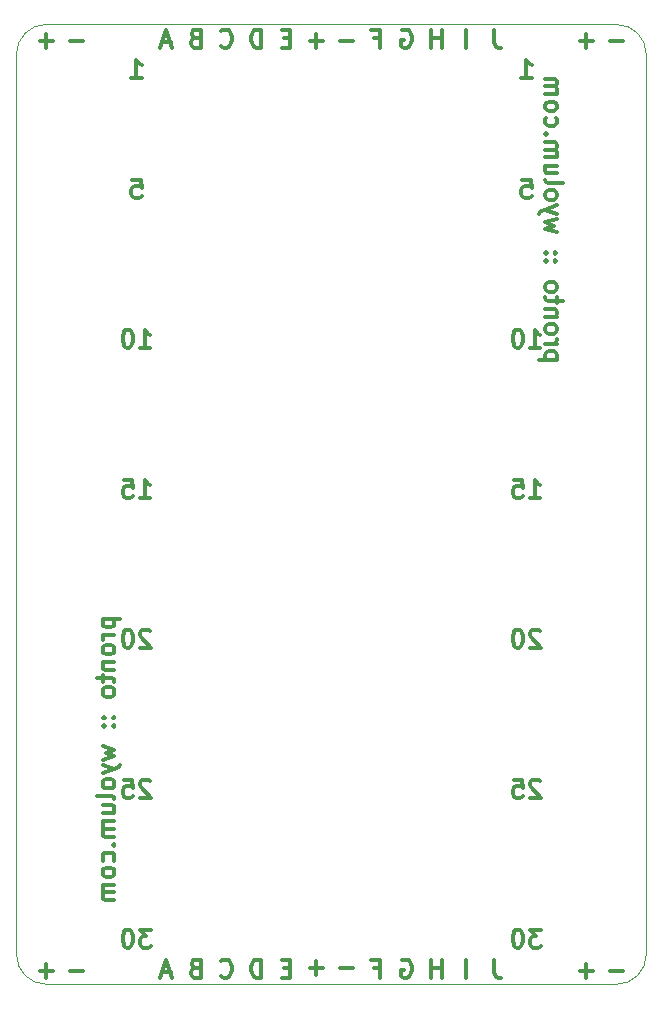
<source format=gbo>
G04 #@! TF.FileFunction,Legend,Bot*
%FSLAX46Y46*%
G04 Gerber Fmt 4.6, Leading zero omitted, Abs format (unit mm)*
G04 Created by KiCad (PCBNEW 0.201505061231+5645~23~ubuntu14.10.1-product) date Fri May  8 13:03:44 2015*
%MOMM*%
G01*
G04 APERTURE LIST*
%ADD10C,0.100000*%
%ADD11C,0.304800*%
%ADD12C,0.300000*%
%ADD13C,2.032000*%
G04 APERTURE END LIST*
D10*
D11*
X117420571Y-40748857D02*
X116259428Y-40748857D01*
X116839999Y-41329429D02*
X116839999Y-40168286D01*
X119960571Y-40748857D02*
X118799428Y-40748857D01*
X117420571Y-119234857D02*
X116259428Y-119234857D01*
X116839999Y-119815429D02*
X116839999Y-118654286D01*
X119960571Y-119234857D02*
X118799428Y-119234857D01*
X104502857Y-40894000D02*
X103777143Y-40894000D01*
X104648000Y-41329429D02*
X104140000Y-39805429D01*
X103632000Y-41329429D01*
X106571143Y-40531143D02*
X106353429Y-40603714D01*
X106280857Y-40676286D01*
X106208286Y-40821429D01*
X106208286Y-41039143D01*
X106280857Y-41184286D01*
X106353429Y-41256857D01*
X106498571Y-41329429D01*
X107079143Y-41329429D01*
X107079143Y-39805429D01*
X106571143Y-39805429D01*
X106426000Y-39878000D01*
X106353429Y-39950571D01*
X106280857Y-40095714D01*
X106280857Y-40240857D01*
X106353429Y-40386000D01*
X106426000Y-40458571D01*
X106571143Y-40531143D01*
X107079143Y-40531143D01*
X108748286Y-41184286D02*
X108820857Y-41256857D01*
X109038571Y-41329429D01*
X109183714Y-41329429D01*
X109401429Y-41256857D01*
X109546571Y-41111714D01*
X109619143Y-40966571D01*
X109691714Y-40676286D01*
X109691714Y-40458571D01*
X109619143Y-40168286D01*
X109546571Y-40023143D01*
X109401429Y-39878000D01*
X109183714Y-39805429D01*
X109038571Y-39805429D01*
X108820857Y-39878000D01*
X108748286Y-39950571D01*
X112159143Y-41329429D02*
X112159143Y-39805429D01*
X111796286Y-39805429D01*
X111578571Y-39878000D01*
X111433429Y-40023143D01*
X111360857Y-40168286D01*
X111288286Y-40458571D01*
X111288286Y-40676286D01*
X111360857Y-40966571D01*
X111433429Y-41111714D01*
X111578571Y-41256857D01*
X111796286Y-41329429D01*
X112159143Y-41329429D01*
X114626571Y-40531143D02*
X114118571Y-40531143D01*
X113900857Y-41329429D02*
X114626571Y-41329429D01*
X114626571Y-39805429D01*
X113900857Y-39805429D01*
X121702286Y-40531143D02*
X122210286Y-40531143D01*
X122210286Y-41329429D02*
X122210286Y-39805429D01*
X121484572Y-39805429D01*
X124060857Y-39878000D02*
X124206000Y-39805429D01*
X124423714Y-39805429D01*
X124641429Y-39878000D01*
X124786571Y-40023143D01*
X124859143Y-40168286D01*
X124931714Y-40458571D01*
X124931714Y-40676286D01*
X124859143Y-40966571D01*
X124786571Y-41111714D01*
X124641429Y-41256857D01*
X124423714Y-41329429D01*
X124278571Y-41329429D01*
X124060857Y-41256857D01*
X123988286Y-41184286D01*
X123988286Y-40676286D01*
X124278571Y-40676286D01*
X127435428Y-41329429D02*
X127435428Y-39805429D01*
X127435428Y-40531143D02*
X126564571Y-40531143D01*
X126564571Y-41329429D02*
X126564571Y-39805429D01*
X129540000Y-41329429D02*
X129540000Y-39805429D01*
X131862285Y-39805429D02*
X131862285Y-40894000D01*
X131934857Y-41111714D01*
X132080000Y-41256857D01*
X132297714Y-41329429D01*
X132442857Y-41329429D01*
X140280571Y-40748857D02*
X139119428Y-40748857D01*
X139699999Y-41329429D02*
X139699999Y-40168286D01*
X142820571Y-40748857D02*
X141659428Y-40748857D01*
X97100571Y-40748857D02*
X95939428Y-40748857D01*
X94560571Y-40748857D02*
X93399428Y-40748857D01*
X93979999Y-41329429D02*
X93979999Y-40168286D01*
X94560571Y-119488857D02*
X93399428Y-119488857D01*
X93979999Y-120069429D02*
X93979999Y-118908286D01*
X97100571Y-119488857D02*
X95939428Y-119488857D01*
X142820571Y-119488857D02*
X141659428Y-119488857D01*
X140280571Y-119488857D02*
X139119428Y-119488857D01*
X139699999Y-120069429D02*
X139699999Y-118908286D01*
X131862285Y-118545429D02*
X131862285Y-119634000D01*
X131934857Y-119851714D01*
X132080000Y-119996857D01*
X132297714Y-120069429D01*
X132442857Y-120069429D01*
X129540000Y-120069429D02*
X129540000Y-118545429D01*
X127435428Y-120069429D02*
X127435428Y-118545429D01*
X127435428Y-119271143D02*
X126564571Y-119271143D01*
X126564571Y-120069429D02*
X126564571Y-118545429D01*
X124060857Y-118618000D02*
X124206000Y-118545429D01*
X124423714Y-118545429D01*
X124641429Y-118618000D01*
X124786571Y-118763143D01*
X124859143Y-118908286D01*
X124931714Y-119198571D01*
X124931714Y-119416286D01*
X124859143Y-119706571D01*
X124786571Y-119851714D01*
X124641429Y-119996857D01*
X124423714Y-120069429D01*
X124278571Y-120069429D01*
X124060857Y-119996857D01*
X123988286Y-119924286D01*
X123988286Y-119416286D01*
X124278571Y-119416286D01*
X121702286Y-119271143D02*
X122210286Y-119271143D01*
X122210286Y-120069429D02*
X122210286Y-118545429D01*
X121484572Y-118545429D01*
X114626571Y-119271143D02*
X114118571Y-119271143D01*
X113900857Y-120069429D02*
X114626571Y-120069429D01*
X114626571Y-118545429D01*
X113900857Y-118545429D01*
X112159143Y-120069429D02*
X112159143Y-118545429D01*
X111796286Y-118545429D01*
X111578571Y-118618000D01*
X111433429Y-118763143D01*
X111360857Y-118908286D01*
X111288286Y-119198571D01*
X111288286Y-119416286D01*
X111360857Y-119706571D01*
X111433429Y-119851714D01*
X111578571Y-119996857D01*
X111796286Y-120069429D01*
X112159143Y-120069429D01*
X108748286Y-119924286D02*
X108820857Y-119996857D01*
X109038571Y-120069429D01*
X109183714Y-120069429D01*
X109401429Y-119996857D01*
X109546571Y-119851714D01*
X109619143Y-119706571D01*
X109691714Y-119416286D01*
X109691714Y-119198571D01*
X109619143Y-118908286D01*
X109546571Y-118763143D01*
X109401429Y-118618000D01*
X109183714Y-118545429D01*
X109038571Y-118545429D01*
X108820857Y-118618000D01*
X108748286Y-118690571D01*
X106571143Y-119271143D02*
X106353429Y-119343714D01*
X106280857Y-119416286D01*
X106208286Y-119561429D01*
X106208286Y-119779143D01*
X106280857Y-119924286D01*
X106353429Y-119996857D01*
X106498571Y-120069429D01*
X107079143Y-120069429D01*
X107079143Y-118545429D01*
X106571143Y-118545429D01*
X106426000Y-118618000D01*
X106353429Y-118690571D01*
X106280857Y-118835714D01*
X106280857Y-118980857D01*
X106353429Y-119126000D01*
X106426000Y-119198571D01*
X106571143Y-119271143D01*
X107079143Y-119271143D01*
X104502857Y-119634000D02*
X103777143Y-119634000D01*
X104648000Y-120069429D02*
X104140000Y-118545429D01*
X103632000Y-120069429D01*
X102833715Y-116005429D02*
X101890286Y-116005429D01*
X102398286Y-116586000D01*
X102180572Y-116586000D01*
X102035429Y-116658571D01*
X101962858Y-116731143D01*
X101890286Y-116876286D01*
X101890286Y-117239143D01*
X101962858Y-117384286D01*
X102035429Y-117456857D01*
X102180572Y-117529429D01*
X102616000Y-117529429D01*
X102761143Y-117456857D01*
X102833715Y-117384286D01*
X100946857Y-116005429D02*
X100801714Y-116005429D01*
X100656571Y-116078000D01*
X100584000Y-116150571D01*
X100511429Y-116295714D01*
X100438857Y-116586000D01*
X100438857Y-116948857D01*
X100511429Y-117239143D01*
X100584000Y-117384286D01*
X100656571Y-117456857D01*
X100801714Y-117529429D01*
X100946857Y-117529429D01*
X101092000Y-117456857D01*
X101164571Y-117384286D01*
X101237143Y-117239143D01*
X101309714Y-116948857D01*
X101309714Y-116586000D01*
X101237143Y-116295714D01*
X101164571Y-116150571D01*
X101092000Y-116078000D01*
X100946857Y-116005429D01*
X102761143Y-103450571D02*
X102688572Y-103378000D01*
X102543429Y-103305429D01*
X102180572Y-103305429D01*
X102035429Y-103378000D01*
X101962858Y-103450571D01*
X101890286Y-103595714D01*
X101890286Y-103740857D01*
X101962858Y-103958571D01*
X102833715Y-104829429D01*
X101890286Y-104829429D01*
X100511429Y-103305429D02*
X101237143Y-103305429D01*
X101309714Y-104031143D01*
X101237143Y-103958571D01*
X101092000Y-103886000D01*
X100729143Y-103886000D01*
X100584000Y-103958571D01*
X100511429Y-104031143D01*
X100438857Y-104176286D01*
X100438857Y-104539143D01*
X100511429Y-104684286D01*
X100584000Y-104756857D01*
X100729143Y-104829429D01*
X101092000Y-104829429D01*
X101237143Y-104756857D01*
X101309714Y-104684286D01*
X134184571Y-43869429D02*
X135055428Y-43869429D01*
X134620000Y-43869429D02*
X134620000Y-42345429D01*
X134765143Y-42563143D01*
X134910285Y-42708286D01*
X135055428Y-42780857D01*
X134257143Y-52505429D02*
X134982857Y-52505429D01*
X135055428Y-53231143D01*
X134982857Y-53158571D01*
X134837714Y-53086000D01*
X134474857Y-53086000D01*
X134329714Y-53158571D01*
X134257143Y-53231143D01*
X134184571Y-53376286D01*
X134184571Y-53739143D01*
X134257143Y-53884286D01*
X134329714Y-53956857D01*
X134474857Y-54029429D01*
X134837714Y-54029429D01*
X134982857Y-53956857D01*
X135055428Y-53884286D01*
X134910286Y-66729429D02*
X135781143Y-66729429D01*
X135345715Y-66729429D02*
X135345715Y-65205429D01*
X135490858Y-65423143D01*
X135636000Y-65568286D01*
X135781143Y-65640857D01*
X133966857Y-65205429D02*
X133821714Y-65205429D01*
X133676571Y-65278000D01*
X133604000Y-65350571D01*
X133531429Y-65495714D01*
X133458857Y-65786000D01*
X133458857Y-66148857D01*
X133531429Y-66439143D01*
X133604000Y-66584286D01*
X133676571Y-66656857D01*
X133821714Y-66729429D01*
X133966857Y-66729429D01*
X134112000Y-66656857D01*
X134184571Y-66584286D01*
X134257143Y-66439143D01*
X134329714Y-66148857D01*
X134329714Y-65786000D01*
X134257143Y-65495714D01*
X134184571Y-65350571D01*
X134112000Y-65278000D01*
X133966857Y-65205429D01*
X134910286Y-79429429D02*
X135781143Y-79429429D01*
X135345715Y-79429429D02*
X135345715Y-77905429D01*
X135490858Y-78123143D01*
X135636000Y-78268286D01*
X135781143Y-78340857D01*
X133531429Y-77905429D02*
X134257143Y-77905429D01*
X134329714Y-78631143D01*
X134257143Y-78558571D01*
X134112000Y-78486000D01*
X133749143Y-78486000D01*
X133604000Y-78558571D01*
X133531429Y-78631143D01*
X133458857Y-78776286D01*
X133458857Y-79139143D01*
X133531429Y-79284286D01*
X133604000Y-79356857D01*
X133749143Y-79429429D01*
X134112000Y-79429429D01*
X134257143Y-79356857D01*
X134329714Y-79284286D01*
X135781143Y-90750571D02*
X135708572Y-90678000D01*
X135563429Y-90605429D01*
X135200572Y-90605429D01*
X135055429Y-90678000D01*
X134982858Y-90750571D01*
X134910286Y-90895714D01*
X134910286Y-91040857D01*
X134982858Y-91258571D01*
X135853715Y-92129429D01*
X134910286Y-92129429D01*
X133966857Y-90605429D02*
X133821714Y-90605429D01*
X133676571Y-90678000D01*
X133604000Y-90750571D01*
X133531429Y-90895714D01*
X133458857Y-91186000D01*
X133458857Y-91548857D01*
X133531429Y-91839143D01*
X133604000Y-91984286D01*
X133676571Y-92056857D01*
X133821714Y-92129429D01*
X133966857Y-92129429D01*
X134112000Y-92056857D01*
X134184571Y-91984286D01*
X134257143Y-91839143D01*
X134329714Y-91548857D01*
X134329714Y-91186000D01*
X134257143Y-90895714D01*
X134184571Y-90750571D01*
X134112000Y-90678000D01*
X133966857Y-90605429D01*
X135781143Y-103450571D02*
X135708572Y-103378000D01*
X135563429Y-103305429D01*
X135200572Y-103305429D01*
X135055429Y-103378000D01*
X134982858Y-103450571D01*
X134910286Y-103595714D01*
X134910286Y-103740857D01*
X134982858Y-103958571D01*
X135853715Y-104829429D01*
X134910286Y-104829429D01*
X133531429Y-103305429D02*
X134257143Y-103305429D01*
X134329714Y-104031143D01*
X134257143Y-103958571D01*
X134112000Y-103886000D01*
X133749143Y-103886000D01*
X133604000Y-103958571D01*
X133531429Y-104031143D01*
X133458857Y-104176286D01*
X133458857Y-104539143D01*
X133531429Y-104684286D01*
X133604000Y-104756857D01*
X133749143Y-104829429D01*
X134112000Y-104829429D01*
X134257143Y-104756857D01*
X134329714Y-104684286D01*
X135853715Y-116005429D02*
X134910286Y-116005429D01*
X135418286Y-116586000D01*
X135200572Y-116586000D01*
X135055429Y-116658571D01*
X134982858Y-116731143D01*
X134910286Y-116876286D01*
X134910286Y-117239143D01*
X134982858Y-117384286D01*
X135055429Y-117456857D01*
X135200572Y-117529429D01*
X135636000Y-117529429D01*
X135781143Y-117456857D01*
X135853715Y-117384286D01*
X133966857Y-116005429D02*
X133821714Y-116005429D01*
X133676571Y-116078000D01*
X133604000Y-116150571D01*
X133531429Y-116295714D01*
X133458857Y-116586000D01*
X133458857Y-116948857D01*
X133531429Y-117239143D01*
X133604000Y-117384286D01*
X133676571Y-117456857D01*
X133821714Y-117529429D01*
X133966857Y-117529429D01*
X134112000Y-117456857D01*
X134184571Y-117384286D01*
X134257143Y-117239143D01*
X134329714Y-116948857D01*
X134329714Y-116586000D01*
X134257143Y-116295714D01*
X134184571Y-116150571D01*
X134112000Y-116078000D01*
X133966857Y-116005429D01*
X102761143Y-90750571D02*
X102688572Y-90678000D01*
X102543429Y-90605429D01*
X102180572Y-90605429D01*
X102035429Y-90678000D01*
X101962858Y-90750571D01*
X101890286Y-90895714D01*
X101890286Y-91040857D01*
X101962858Y-91258571D01*
X102833715Y-92129429D01*
X101890286Y-92129429D01*
X100946857Y-90605429D02*
X100801714Y-90605429D01*
X100656571Y-90678000D01*
X100584000Y-90750571D01*
X100511429Y-90895714D01*
X100438857Y-91186000D01*
X100438857Y-91548857D01*
X100511429Y-91839143D01*
X100584000Y-91984286D01*
X100656571Y-92056857D01*
X100801714Y-92129429D01*
X100946857Y-92129429D01*
X101092000Y-92056857D01*
X101164571Y-91984286D01*
X101237143Y-91839143D01*
X101309714Y-91548857D01*
X101309714Y-91186000D01*
X101237143Y-90895714D01*
X101164571Y-90750571D01*
X101092000Y-90678000D01*
X100946857Y-90605429D01*
X101890286Y-79429429D02*
X102761143Y-79429429D01*
X102325715Y-79429429D02*
X102325715Y-77905429D01*
X102470858Y-78123143D01*
X102616000Y-78268286D01*
X102761143Y-78340857D01*
X100511429Y-77905429D02*
X101237143Y-77905429D01*
X101309714Y-78631143D01*
X101237143Y-78558571D01*
X101092000Y-78486000D01*
X100729143Y-78486000D01*
X100584000Y-78558571D01*
X100511429Y-78631143D01*
X100438857Y-78776286D01*
X100438857Y-79139143D01*
X100511429Y-79284286D01*
X100584000Y-79356857D01*
X100729143Y-79429429D01*
X101092000Y-79429429D01*
X101237143Y-79356857D01*
X101309714Y-79284286D01*
X101890286Y-66729429D02*
X102761143Y-66729429D01*
X102325715Y-66729429D02*
X102325715Y-65205429D01*
X102470858Y-65423143D01*
X102616000Y-65568286D01*
X102761143Y-65640857D01*
X100946857Y-65205429D02*
X100801714Y-65205429D01*
X100656571Y-65278000D01*
X100584000Y-65350571D01*
X100511429Y-65495714D01*
X100438857Y-65786000D01*
X100438857Y-66148857D01*
X100511429Y-66439143D01*
X100584000Y-66584286D01*
X100656571Y-66656857D01*
X100801714Y-66729429D01*
X100946857Y-66729429D01*
X101092000Y-66656857D01*
X101164571Y-66584286D01*
X101237143Y-66439143D01*
X101309714Y-66148857D01*
X101309714Y-65786000D01*
X101237143Y-65495714D01*
X101164571Y-65350571D01*
X101092000Y-65278000D01*
X100946857Y-65205429D01*
X101237143Y-52505429D02*
X101962857Y-52505429D01*
X102035428Y-53231143D01*
X101962857Y-53158571D01*
X101817714Y-53086000D01*
X101454857Y-53086000D01*
X101309714Y-53158571D01*
X101237143Y-53231143D01*
X101164571Y-53376286D01*
X101164571Y-53739143D01*
X101237143Y-53884286D01*
X101309714Y-53956857D01*
X101454857Y-54029429D01*
X101817714Y-54029429D01*
X101962857Y-53956857D01*
X102035428Y-53884286D01*
X101164571Y-43869429D02*
X102035428Y-43869429D01*
X101600000Y-43869429D02*
X101600000Y-42345429D01*
X101745143Y-42563143D01*
X101890285Y-42708286D01*
X102035428Y-42780857D01*
D12*
X137227429Y-67772857D02*
X135727429Y-67772857D01*
X137156000Y-67772857D02*
X137227429Y-67630000D01*
X137227429Y-67344286D01*
X137156000Y-67201429D01*
X137084571Y-67130000D01*
X136941714Y-67058571D01*
X136513143Y-67058571D01*
X136370286Y-67130000D01*
X136298857Y-67201429D01*
X136227429Y-67344286D01*
X136227429Y-67630000D01*
X136298857Y-67772857D01*
X136227429Y-66415714D02*
X137227429Y-66415714D01*
X136941714Y-66415714D02*
X137084571Y-66344286D01*
X137156000Y-66272857D01*
X137227429Y-66130000D01*
X137227429Y-65987143D01*
X136227429Y-65272857D02*
X136298857Y-65415715D01*
X136370286Y-65487143D01*
X136513143Y-65558572D01*
X136941714Y-65558572D01*
X137084571Y-65487143D01*
X137156000Y-65415715D01*
X137227429Y-65272857D01*
X137227429Y-65058572D01*
X137156000Y-64915715D01*
X137084571Y-64844286D01*
X136941714Y-64772857D01*
X136513143Y-64772857D01*
X136370286Y-64844286D01*
X136298857Y-64915715D01*
X136227429Y-65058572D01*
X136227429Y-65272857D01*
X137227429Y-64130000D02*
X136227429Y-64130000D01*
X137084571Y-64130000D02*
X137156000Y-64058572D01*
X137227429Y-63915714D01*
X137227429Y-63701429D01*
X137156000Y-63558572D01*
X137013143Y-63487143D01*
X136227429Y-63487143D01*
X137227429Y-62987143D02*
X137227429Y-62415714D01*
X137727429Y-62772857D02*
X136441714Y-62772857D01*
X136298857Y-62701429D01*
X136227429Y-62558571D01*
X136227429Y-62415714D01*
X136227429Y-61701428D02*
X136298857Y-61844286D01*
X136370286Y-61915714D01*
X136513143Y-61987143D01*
X136941714Y-61987143D01*
X137084571Y-61915714D01*
X137156000Y-61844286D01*
X137227429Y-61701428D01*
X137227429Y-61487143D01*
X137156000Y-61344286D01*
X137084571Y-61272857D01*
X136941714Y-61201428D01*
X136513143Y-61201428D01*
X136370286Y-61272857D01*
X136298857Y-61344286D01*
X136227429Y-61487143D01*
X136227429Y-61701428D01*
X136370286Y-59415714D02*
X136298857Y-59344286D01*
X136227429Y-59415714D01*
X136298857Y-59487143D01*
X136370286Y-59415714D01*
X136227429Y-59415714D01*
X137156000Y-59415714D02*
X137084571Y-59344286D01*
X137013143Y-59415714D01*
X137084571Y-59487143D01*
X137156000Y-59415714D01*
X137013143Y-59415714D01*
X136370286Y-58701428D02*
X136298857Y-58630000D01*
X136227429Y-58701428D01*
X136298857Y-58772857D01*
X136370286Y-58701428D01*
X136227429Y-58701428D01*
X137156000Y-58701428D02*
X137084571Y-58630000D01*
X137013143Y-58701428D01*
X137084571Y-58772857D01*
X137156000Y-58701428D01*
X137013143Y-58701428D01*
X137227429Y-56987142D02*
X136227429Y-56701428D01*
X136941714Y-56415714D01*
X136227429Y-56129999D01*
X137227429Y-55844285D01*
X137227429Y-55415713D02*
X136227429Y-55058570D01*
X137227429Y-54701428D02*
X136227429Y-55058570D01*
X135870286Y-55201428D01*
X135798857Y-55272856D01*
X135727429Y-55415713D01*
X136227429Y-53915713D02*
X136298857Y-54058571D01*
X136370286Y-54129999D01*
X136513143Y-54201428D01*
X136941714Y-54201428D01*
X137084571Y-54129999D01*
X137156000Y-54058571D01*
X137227429Y-53915713D01*
X137227429Y-53701428D01*
X137156000Y-53558571D01*
X137084571Y-53487142D01*
X136941714Y-53415713D01*
X136513143Y-53415713D01*
X136370286Y-53487142D01*
X136298857Y-53558571D01*
X136227429Y-53701428D01*
X136227429Y-53915713D01*
X136227429Y-52558570D02*
X136298857Y-52701428D01*
X136441714Y-52772856D01*
X137727429Y-52772856D01*
X137227429Y-51344285D02*
X136227429Y-51344285D01*
X137227429Y-51987142D02*
X136441714Y-51987142D01*
X136298857Y-51915714D01*
X136227429Y-51772856D01*
X136227429Y-51558571D01*
X136298857Y-51415714D01*
X136370286Y-51344285D01*
X136227429Y-50629999D02*
X137227429Y-50629999D01*
X137084571Y-50629999D02*
X137156000Y-50558571D01*
X137227429Y-50415713D01*
X137227429Y-50201428D01*
X137156000Y-50058571D01*
X137013143Y-49987142D01*
X136227429Y-49987142D01*
X137013143Y-49987142D02*
X137156000Y-49915713D01*
X137227429Y-49772856D01*
X137227429Y-49558571D01*
X137156000Y-49415713D01*
X137013143Y-49344285D01*
X136227429Y-49344285D01*
X136370286Y-48629999D02*
X136298857Y-48558571D01*
X136227429Y-48629999D01*
X136298857Y-48701428D01*
X136370286Y-48629999D01*
X136227429Y-48629999D01*
X136298857Y-47272856D02*
X136227429Y-47415713D01*
X136227429Y-47701427D01*
X136298857Y-47844285D01*
X136370286Y-47915713D01*
X136513143Y-47987142D01*
X136941714Y-47987142D01*
X137084571Y-47915713D01*
X137156000Y-47844285D01*
X137227429Y-47701427D01*
X137227429Y-47415713D01*
X137156000Y-47272856D01*
X136227429Y-46415713D02*
X136298857Y-46558571D01*
X136370286Y-46629999D01*
X136513143Y-46701428D01*
X136941714Y-46701428D01*
X137084571Y-46629999D01*
X137156000Y-46558571D01*
X137227429Y-46415713D01*
X137227429Y-46201428D01*
X137156000Y-46058571D01*
X137084571Y-45987142D01*
X136941714Y-45915713D01*
X136513143Y-45915713D01*
X136370286Y-45987142D01*
X136298857Y-46058571D01*
X136227429Y-46201428D01*
X136227429Y-46415713D01*
X136227429Y-45272856D02*
X137227429Y-45272856D01*
X137084571Y-45272856D02*
X137156000Y-45201428D01*
X137227429Y-45058570D01*
X137227429Y-44844285D01*
X137156000Y-44701428D01*
X137013143Y-44629999D01*
X136227429Y-44629999D01*
X137013143Y-44629999D02*
X137156000Y-44558570D01*
X137227429Y-44415713D01*
X137227429Y-44201428D01*
X137156000Y-44058570D01*
X137013143Y-43987142D01*
X136227429Y-43987142D01*
X98738571Y-89707143D02*
X100238571Y-89707143D01*
X98810000Y-89707143D02*
X98738571Y-89850000D01*
X98738571Y-90135714D01*
X98810000Y-90278571D01*
X98881429Y-90350000D01*
X99024286Y-90421429D01*
X99452857Y-90421429D01*
X99595714Y-90350000D01*
X99667143Y-90278571D01*
X99738571Y-90135714D01*
X99738571Y-89850000D01*
X99667143Y-89707143D01*
X99738571Y-91064286D02*
X98738571Y-91064286D01*
X99024286Y-91064286D02*
X98881429Y-91135714D01*
X98810000Y-91207143D01*
X98738571Y-91350000D01*
X98738571Y-91492857D01*
X99738571Y-92207143D02*
X99667143Y-92064285D01*
X99595714Y-91992857D01*
X99452857Y-91921428D01*
X99024286Y-91921428D01*
X98881429Y-91992857D01*
X98810000Y-92064285D01*
X98738571Y-92207143D01*
X98738571Y-92421428D01*
X98810000Y-92564285D01*
X98881429Y-92635714D01*
X99024286Y-92707143D01*
X99452857Y-92707143D01*
X99595714Y-92635714D01*
X99667143Y-92564285D01*
X99738571Y-92421428D01*
X99738571Y-92207143D01*
X98738571Y-93350000D02*
X99738571Y-93350000D01*
X98881429Y-93350000D02*
X98810000Y-93421428D01*
X98738571Y-93564286D01*
X98738571Y-93778571D01*
X98810000Y-93921428D01*
X98952857Y-93992857D01*
X99738571Y-93992857D01*
X98738571Y-94492857D02*
X98738571Y-95064286D01*
X98238571Y-94707143D02*
X99524286Y-94707143D01*
X99667143Y-94778571D01*
X99738571Y-94921429D01*
X99738571Y-95064286D01*
X99738571Y-95778572D02*
X99667143Y-95635714D01*
X99595714Y-95564286D01*
X99452857Y-95492857D01*
X99024286Y-95492857D01*
X98881429Y-95564286D01*
X98810000Y-95635714D01*
X98738571Y-95778572D01*
X98738571Y-95992857D01*
X98810000Y-96135714D01*
X98881429Y-96207143D01*
X99024286Y-96278572D01*
X99452857Y-96278572D01*
X99595714Y-96207143D01*
X99667143Y-96135714D01*
X99738571Y-95992857D01*
X99738571Y-95778572D01*
X99595714Y-98064286D02*
X99667143Y-98135714D01*
X99738571Y-98064286D01*
X99667143Y-97992857D01*
X99595714Y-98064286D01*
X99738571Y-98064286D01*
X98810000Y-98064286D02*
X98881429Y-98135714D01*
X98952857Y-98064286D01*
X98881429Y-97992857D01*
X98810000Y-98064286D01*
X98952857Y-98064286D01*
X99595714Y-98778572D02*
X99667143Y-98850000D01*
X99738571Y-98778572D01*
X99667143Y-98707143D01*
X99595714Y-98778572D01*
X99738571Y-98778572D01*
X98810000Y-98778572D02*
X98881429Y-98850000D01*
X98952857Y-98778572D01*
X98881429Y-98707143D01*
X98810000Y-98778572D01*
X98952857Y-98778572D01*
X98738571Y-100492858D02*
X99738571Y-100778572D01*
X99024286Y-101064286D01*
X99738571Y-101350001D01*
X98738571Y-101635715D01*
X98738571Y-102064287D02*
X99738571Y-102421430D01*
X98738571Y-102778572D02*
X99738571Y-102421430D01*
X100095714Y-102278572D01*
X100167143Y-102207144D01*
X100238571Y-102064287D01*
X99738571Y-103564287D02*
X99667143Y-103421429D01*
X99595714Y-103350001D01*
X99452857Y-103278572D01*
X99024286Y-103278572D01*
X98881429Y-103350001D01*
X98810000Y-103421429D01*
X98738571Y-103564287D01*
X98738571Y-103778572D01*
X98810000Y-103921429D01*
X98881429Y-103992858D01*
X99024286Y-104064287D01*
X99452857Y-104064287D01*
X99595714Y-103992858D01*
X99667143Y-103921429D01*
X99738571Y-103778572D01*
X99738571Y-103564287D01*
X99738571Y-104921430D02*
X99667143Y-104778572D01*
X99524286Y-104707144D01*
X98238571Y-104707144D01*
X98738571Y-106135715D02*
X99738571Y-106135715D01*
X98738571Y-105492858D02*
X99524286Y-105492858D01*
X99667143Y-105564286D01*
X99738571Y-105707144D01*
X99738571Y-105921429D01*
X99667143Y-106064286D01*
X99595714Y-106135715D01*
X99738571Y-106850001D02*
X98738571Y-106850001D01*
X98881429Y-106850001D02*
X98810000Y-106921429D01*
X98738571Y-107064287D01*
X98738571Y-107278572D01*
X98810000Y-107421429D01*
X98952857Y-107492858D01*
X99738571Y-107492858D01*
X98952857Y-107492858D02*
X98810000Y-107564287D01*
X98738571Y-107707144D01*
X98738571Y-107921429D01*
X98810000Y-108064287D01*
X98952857Y-108135715D01*
X99738571Y-108135715D01*
X99595714Y-108850001D02*
X99667143Y-108921429D01*
X99738571Y-108850001D01*
X99667143Y-108778572D01*
X99595714Y-108850001D01*
X99738571Y-108850001D01*
X99667143Y-110207144D02*
X99738571Y-110064287D01*
X99738571Y-109778573D01*
X99667143Y-109635715D01*
X99595714Y-109564287D01*
X99452857Y-109492858D01*
X99024286Y-109492858D01*
X98881429Y-109564287D01*
X98810000Y-109635715D01*
X98738571Y-109778573D01*
X98738571Y-110064287D01*
X98810000Y-110207144D01*
X99738571Y-111064287D02*
X99667143Y-110921429D01*
X99595714Y-110850001D01*
X99452857Y-110778572D01*
X99024286Y-110778572D01*
X98881429Y-110850001D01*
X98810000Y-110921429D01*
X98738571Y-111064287D01*
X98738571Y-111278572D01*
X98810000Y-111421429D01*
X98881429Y-111492858D01*
X99024286Y-111564287D01*
X99452857Y-111564287D01*
X99595714Y-111492858D01*
X99667143Y-111421429D01*
X99738571Y-111278572D01*
X99738571Y-111064287D01*
X99738571Y-112207144D02*
X98738571Y-112207144D01*
X98881429Y-112207144D02*
X98810000Y-112278572D01*
X98738571Y-112421430D01*
X98738571Y-112635715D01*
X98810000Y-112778572D01*
X98952857Y-112850001D01*
X99738571Y-112850001D01*
X98952857Y-112850001D02*
X98810000Y-112921430D01*
X98738571Y-113064287D01*
X98738571Y-113278572D01*
X98810000Y-113421430D01*
X98952857Y-113492858D01*
X99738571Y-113492858D01*
D10*
X91440000Y-118110000D02*
G75*
G03X93980000Y-120650000I2540000J0D01*
G01*
X142240000Y-120650000D02*
G75*
G03X144780000Y-118110000I0J2540000D01*
G01*
X144780000Y-41910000D02*
G75*
G03X142240000Y-39370000I-2540000J0D01*
G01*
X93980000Y-39370000D02*
G75*
G03X91440000Y-41910000I0J-2540000D01*
G01*
X91440000Y-118110000D02*
X91440000Y-41910000D01*
X142240000Y-120650000D02*
X93980000Y-120650000D01*
X144780000Y-41910000D02*
X144780000Y-118110000D01*
X93980000Y-39370000D02*
X142240000Y-39370000D01*
%LPC*%
D13*
X96520000Y-116840000D03*
X93980000Y-116840000D03*
X142240000Y-116840000D03*
X139700000Y-116840000D03*
X142240000Y-101600000D03*
X139700000Y-101600000D03*
X142240000Y-86360000D03*
X139700000Y-86360000D03*
X142240000Y-71120000D03*
X139700000Y-71120000D03*
X142240000Y-55880000D03*
X139700000Y-55880000D03*
X96520000Y-101600000D03*
X93980000Y-101600000D03*
X96520000Y-86360000D03*
X93980000Y-86360000D03*
X96520000Y-71120000D03*
X93980000Y-71120000D03*
X96520000Y-55880000D03*
X93980000Y-55880000D03*
X119380000Y-116840000D03*
X116840000Y-116840000D03*
X119380000Y-101600000D03*
X116840000Y-101600000D03*
X119380000Y-86360000D03*
X116840000Y-86360000D03*
X119380000Y-71120000D03*
X116840000Y-71120000D03*
X119380000Y-55880000D03*
X116840000Y-55880000D03*
X116840000Y-73660000D03*
X119380000Y-73660000D03*
X116840000Y-66040000D03*
X119380000Y-66040000D03*
X119380000Y-68580000D03*
X116840000Y-68580000D03*
X116840000Y-58420000D03*
X119380000Y-58420000D03*
X116840000Y-60960000D03*
X119380000Y-60960000D03*
X119380000Y-63500000D03*
X116840000Y-63500000D03*
X116840000Y-43180000D03*
X119380000Y-43180000D03*
X116840000Y-48260000D03*
X119380000Y-48260000D03*
X119380000Y-45720000D03*
X116840000Y-45720000D03*
X116840000Y-50800000D03*
X119380000Y-50800000D03*
X119380000Y-53340000D03*
X116840000Y-53340000D03*
X116840000Y-93980000D03*
X119380000Y-93980000D03*
X119380000Y-91440000D03*
X116840000Y-91440000D03*
X119380000Y-88900000D03*
X116840000Y-88900000D03*
X116840000Y-78740000D03*
X119380000Y-78740000D03*
X119380000Y-76200000D03*
X116840000Y-76200000D03*
X116840000Y-81280000D03*
X119380000Y-81280000D03*
X119380000Y-83820000D03*
X116840000Y-83820000D03*
X116840000Y-104140000D03*
X119380000Y-104140000D03*
X116840000Y-96520000D03*
X119380000Y-96520000D03*
X119380000Y-99060000D03*
X116840000Y-99060000D03*
X116840000Y-109220000D03*
X119380000Y-109220000D03*
X119380000Y-106680000D03*
X116840000Y-106680000D03*
X116840000Y-111760000D03*
X119380000Y-111760000D03*
X119380000Y-114300000D03*
X116840000Y-114300000D03*
X121920000Y-111760000D03*
X124460000Y-111760000D03*
X127000000Y-111760000D03*
X132080000Y-111760000D03*
X129540000Y-111760000D03*
X121920000Y-114300000D03*
X124460000Y-114300000D03*
X127000000Y-114300000D03*
X132080000Y-114300000D03*
X129540000Y-114300000D03*
X129540000Y-116840000D03*
X132080000Y-116840000D03*
X127000000Y-116840000D03*
X124460000Y-116840000D03*
X121920000Y-116840000D03*
X129540000Y-99060000D03*
X132080000Y-99060000D03*
X127000000Y-99060000D03*
X124460000Y-99060000D03*
X121920000Y-99060000D03*
X121920000Y-109220000D03*
X124460000Y-109220000D03*
X127000000Y-109220000D03*
X132080000Y-109220000D03*
X129540000Y-109220000D03*
X129540000Y-106680000D03*
X132080000Y-106680000D03*
X127000000Y-106680000D03*
X124460000Y-106680000D03*
X121920000Y-106680000D03*
X121920000Y-101600000D03*
X124460000Y-101600000D03*
X127000000Y-101600000D03*
X132080000Y-101600000D03*
X129540000Y-101600000D03*
X129540000Y-104140000D03*
X132080000Y-104140000D03*
X127000000Y-104140000D03*
X124460000Y-104140000D03*
X121920000Y-104140000D03*
X121920000Y-91440000D03*
X124460000Y-91440000D03*
X127000000Y-91440000D03*
X132080000Y-91440000D03*
X129540000Y-91440000D03*
X129540000Y-88900000D03*
X132080000Y-88900000D03*
X127000000Y-88900000D03*
X124460000Y-88900000D03*
X121920000Y-88900000D03*
X121920000Y-93980000D03*
X124460000Y-93980000D03*
X127000000Y-93980000D03*
X132080000Y-93980000D03*
X129540000Y-93980000D03*
X129540000Y-96520000D03*
X132080000Y-96520000D03*
X127000000Y-96520000D03*
X124460000Y-96520000D03*
X121920000Y-96520000D03*
X121920000Y-86360000D03*
X124460000Y-86360000D03*
X127000000Y-86360000D03*
X132080000Y-86360000D03*
X129540000Y-86360000D03*
X129540000Y-83820000D03*
X132080000Y-83820000D03*
X127000000Y-83820000D03*
X124460000Y-83820000D03*
X121920000Y-83820000D03*
X121920000Y-66040000D03*
X124460000Y-66040000D03*
X127000000Y-66040000D03*
X132080000Y-66040000D03*
X129540000Y-66040000D03*
X129540000Y-63500000D03*
X132080000Y-63500000D03*
X127000000Y-63500000D03*
X124460000Y-63500000D03*
X121920000Y-63500000D03*
X121920000Y-68580000D03*
X124460000Y-68580000D03*
X127000000Y-68580000D03*
X132080000Y-68580000D03*
X129540000Y-68580000D03*
X129540000Y-71120000D03*
X132080000Y-71120000D03*
X127000000Y-71120000D03*
X124460000Y-71120000D03*
X121920000Y-71120000D03*
X121920000Y-81280000D03*
X124460000Y-81280000D03*
X127000000Y-81280000D03*
X132080000Y-81280000D03*
X129540000Y-81280000D03*
X129540000Y-78740000D03*
X132080000Y-78740000D03*
X127000000Y-78740000D03*
X124460000Y-78740000D03*
X121920000Y-78740000D03*
X121920000Y-73660000D03*
X124460000Y-73660000D03*
X127000000Y-73660000D03*
X132080000Y-73660000D03*
X129540000Y-73660000D03*
X129540000Y-76200000D03*
X132080000Y-76200000D03*
X127000000Y-76200000D03*
X124460000Y-76200000D03*
X121920000Y-76200000D03*
X121920000Y-55880000D03*
X124460000Y-55880000D03*
X127000000Y-55880000D03*
X132080000Y-55880000D03*
X129540000Y-55880000D03*
X129540000Y-53340000D03*
X132080000Y-53340000D03*
X127000000Y-53340000D03*
X124460000Y-53340000D03*
X121920000Y-53340000D03*
X121920000Y-58420000D03*
X124460000Y-58420000D03*
X127000000Y-58420000D03*
X132080000Y-58420000D03*
X129540000Y-58420000D03*
X129540000Y-60960000D03*
X132080000Y-60960000D03*
X127000000Y-60960000D03*
X124460000Y-60960000D03*
X121920000Y-60960000D03*
X121920000Y-50800000D03*
X124460000Y-50800000D03*
X127000000Y-50800000D03*
X132080000Y-50800000D03*
X129540000Y-50800000D03*
X129540000Y-48260000D03*
X132080000Y-48260000D03*
X127000000Y-48260000D03*
X124460000Y-48260000D03*
X121920000Y-48260000D03*
X121920000Y-43180000D03*
X124460000Y-43180000D03*
X127000000Y-43180000D03*
X132080000Y-43180000D03*
X129540000Y-43180000D03*
X129540000Y-45720000D03*
X132080000Y-45720000D03*
X127000000Y-45720000D03*
X124460000Y-45720000D03*
X121920000Y-45720000D03*
X114300000Y-83820000D03*
X111760000Y-83820000D03*
X109220000Y-83820000D03*
X104140000Y-83820000D03*
X106680000Y-83820000D03*
X106680000Y-86360000D03*
X104140000Y-86360000D03*
X109220000Y-86360000D03*
X111760000Y-86360000D03*
X114300000Y-86360000D03*
X114300000Y-91440000D03*
X111760000Y-91440000D03*
X109220000Y-91440000D03*
X104140000Y-91440000D03*
X106680000Y-91440000D03*
X106680000Y-88900000D03*
X104140000Y-88900000D03*
X109220000Y-88900000D03*
X111760000Y-88900000D03*
X114300000Y-88900000D03*
X114300000Y-99060000D03*
X111760000Y-99060000D03*
X109220000Y-99060000D03*
X104140000Y-99060000D03*
X106680000Y-99060000D03*
X106680000Y-101600000D03*
X104140000Y-101600000D03*
X109220000Y-101600000D03*
X111760000Y-101600000D03*
X114300000Y-101600000D03*
X114300000Y-96520000D03*
X111760000Y-96520000D03*
X109220000Y-96520000D03*
X104140000Y-96520000D03*
X106680000Y-96520000D03*
X106680000Y-93980000D03*
X104140000Y-93980000D03*
X109220000Y-93980000D03*
X111760000Y-93980000D03*
X114300000Y-93980000D03*
X114300000Y-114300000D03*
X111760000Y-114300000D03*
X109220000Y-114300000D03*
X104140000Y-114300000D03*
X106680000Y-114300000D03*
X106680000Y-116840000D03*
X104140000Y-116840000D03*
X109220000Y-116840000D03*
X111760000Y-116840000D03*
X114300000Y-116840000D03*
X114300000Y-109220000D03*
X111760000Y-109220000D03*
X109220000Y-109220000D03*
X104140000Y-109220000D03*
X106680000Y-109220000D03*
X106680000Y-111760000D03*
X104140000Y-111760000D03*
X109220000Y-111760000D03*
X111760000Y-111760000D03*
X114300000Y-111760000D03*
X114300000Y-106680000D03*
X111760000Y-106680000D03*
X109220000Y-106680000D03*
X104140000Y-106680000D03*
X106680000Y-106680000D03*
X106680000Y-104140000D03*
X104140000Y-104140000D03*
X109220000Y-104140000D03*
X111760000Y-104140000D03*
X114300000Y-104140000D03*
X114300000Y-63500000D03*
X111760000Y-63500000D03*
X109220000Y-63500000D03*
X104140000Y-63500000D03*
X106680000Y-63500000D03*
X106680000Y-66040000D03*
X104140000Y-66040000D03*
X109220000Y-66040000D03*
X111760000Y-66040000D03*
X114300000Y-66040000D03*
X114300000Y-71120000D03*
X111760000Y-71120000D03*
X109220000Y-71120000D03*
X104140000Y-71120000D03*
X106680000Y-71120000D03*
X106680000Y-68580000D03*
X104140000Y-68580000D03*
X109220000Y-68580000D03*
X111760000Y-68580000D03*
X114300000Y-68580000D03*
X114300000Y-78740000D03*
X111760000Y-78740000D03*
X109220000Y-78740000D03*
X104140000Y-78740000D03*
X106680000Y-78740000D03*
X106680000Y-81280000D03*
X104140000Y-81280000D03*
X109220000Y-81280000D03*
X111760000Y-81280000D03*
X114300000Y-81280000D03*
X114300000Y-76200000D03*
X111760000Y-76200000D03*
X109220000Y-76200000D03*
X104140000Y-76200000D03*
X106680000Y-76200000D03*
X106680000Y-73660000D03*
X104140000Y-73660000D03*
X109220000Y-73660000D03*
X111760000Y-73660000D03*
X114300000Y-73660000D03*
X114300000Y-53340000D03*
X111760000Y-53340000D03*
X109220000Y-53340000D03*
X104140000Y-53340000D03*
X106680000Y-53340000D03*
X106680000Y-55880000D03*
X104140000Y-55880000D03*
X109220000Y-55880000D03*
X111760000Y-55880000D03*
X114300000Y-55880000D03*
X114300000Y-60960000D03*
X111760000Y-60960000D03*
X109220000Y-60960000D03*
X104140000Y-60960000D03*
X106680000Y-60960000D03*
X106680000Y-58420000D03*
X104140000Y-58420000D03*
X109220000Y-58420000D03*
X111760000Y-58420000D03*
X114300000Y-58420000D03*
X114300000Y-48260000D03*
X111760000Y-48260000D03*
X109220000Y-48260000D03*
X104140000Y-48260000D03*
X106680000Y-48260000D03*
X106680000Y-50800000D03*
X104140000Y-50800000D03*
X109220000Y-50800000D03*
X111760000Y-50800000D03*
X114300000Y-50800000D03*
X114300000Y-45720000D03*
X111760000Y-45720000D03*
X109220000Y-45720000D03*
X104140000Y-45720000D03*
X106680000Y-45720000D03*
X106680000Y-43180000D03*
X104140000Y-43180000D03*
X109220000Y-43180000D03*
X111760000Y-43180000D03*
X114300000Y-43180000D03*
X93980000Y-114300000D03*
X96520000Y-114300000D03*
X96520000Y-111760000D03*
X93980000Y-111760000D03*
X93980000Y-106680000D03*
X96520000Y-106680000D03*
X96520000Y-109220000D03*
X93980000Y-109220000D03*
X93980000Y-99060000D03*
X96520000Y-99060000D03*
X96520000Y-96520000D03*
X93980000Y-96520000D03*
X96520000Y-104140000D03*
X93980000Y-104140000D03*
X93980000Y-83820000D03*
X96520000Y-83820000D03*
X96520000Y-81280000D03*
X93980000Y-81280000D03*
X93980000Y-76200000D03*
X96520000Y-76200000D03*
X96520000Y-78740000D03*
X93980000Y-78740000D03*
X93980000Y-88900000D03*
X96520000Y-88900000D03*
X93980000Y-91440000D03*
X96520000Y-91440000D03*
X96520000Y-93980000D03*
X93980000Y-93980000D03*
X93980000Y-53340000D03*
X96520000Y-53340000D03*
X96520000Y-50800000D03*
X93980000Y-50800000D03*
X93980000Y-45720000D03*
X96520000Y-45720000D03*
X96520000Y-48260000D03*
X93980000Y-48260000D03*
X96520000Y-43180000D03*
X93980000Y-43180000D03*
X93980000Y-63500000D03*
X96520000Y-63500000D03*
X96520000Y-60960000D03*
X93980000Y-60960000D03*
X96520000Y-58420000D03*
X93980000Y-58420000D03*
X93980000Y-68580000D03*
X96520000Y-68580000D03*
X96520000Y-66040000D03*
X93980000Y-66040000D03*
X96520000Y-73660000D03*
X93980000Y-73660000D03*
X142240000Y-73660000D03*
X139700000Y-73660000D03*
X142240000Y-66040000D03*
X139700000Y-66040000D03*
X139700000Y-68580000D03*
X142240000Y-68580000D03*
X142240000Y-58420000D03*
X139700000Y-58420000D03*
X142240000Y-60960000D03*
X139700000Y-60960000D03*
X139700000Y-63500000D03*
X142240000Y-63500000D03*
X142240000Y-43180000D03*
X139700000Y-43180000D03*
X142240000Y-48260000D03*
X139700000Y-48260000D03*
X139700000Y-45720000D03*
X142240000Y-45720000D03*
X142240000Y-50800000D03*
X139700000Y-50800000D03*
X139700000Y-53340000D03*
X142240000Y-53340000D03*
X142240000Y-93980000D03*
X139700000Y-93980000D03*
X139700000Y-91440000D03*
X142240000Y-91440000D03*
X139700000Y-88900000D03*
X142240000Y-88900000D03*
X142240000Y-78740000D03*
X139700000Y-78740000D03*
X139700000Y-76200000D03*
X142240000Y-76200000D03*
X142240000Y-81280000D03*
X139700000Y-81280000D03*
X139700000Y-83820000D03*
X142240000Y-83820000D03*
X142240000Y-104140000D03*
X139700000Y-104140000D03*
X142240000Y-96520000D03*
X139700000Y-96520000D03*
X139700000Y-99060000D03*
X142240000Y-99060000D03*
X142240000Y-109220000D03*
X139700000Y-109220000D03*
X139700000Y-106680000D03*
X142240000Y-106680000D03*
X142240000Y-111760000D03*
X139700000Y-111760000D03*
X139700000Y-114300000D03*
X142240000Y-114300000D03*
M02*

</source>
